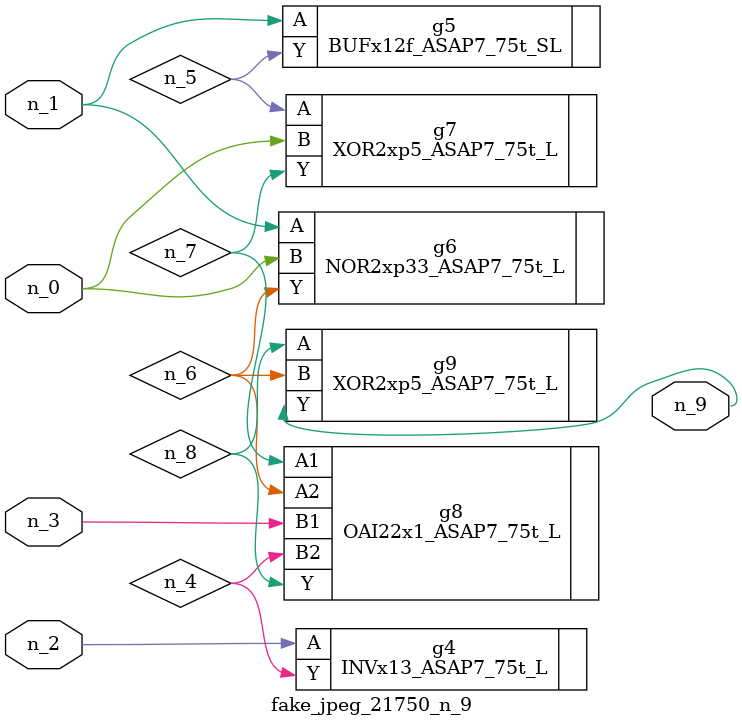
<source format=v>
module fake_jpeg_21750_n_9 (n_0, n_3, n_2, n_1, n_9);

input n_0;
input n_3;
input n_2;
input n_1;

output n_9;

wire n_4;
wire n_8;
wire n_6;
wire n_5;
wire n_7;

INVx13_ASAP7_75t_L g4 ( 
.A(n_2),
.Y(n_4)
);

BUFx12f_ASAP7_75t_SL g5 ( 
.A(n_1),
.Y(n_5)
);

NOR2xp33_ASAP7_75t_L g6 ( 
.A(n_1),
.B(n_0),
.Y(n_6)
);

XOR2xp5_ASAP7_75t_L g7 ( 
.A(n_5),
.B(n_0),
.Y(n_7)
);

OAI22x1_ASAP7_75t_L g8 ( 
.A1(n_7),
.A2(n_6),
.B1(n_3),
.B2(n_4),
.Y(n_8)
);

XOR2xp5_ASAP7_75t_L g9 ( 
.A(n_8),
.B(n_6),
.Y(n_9)
);


endmodule
</source>
